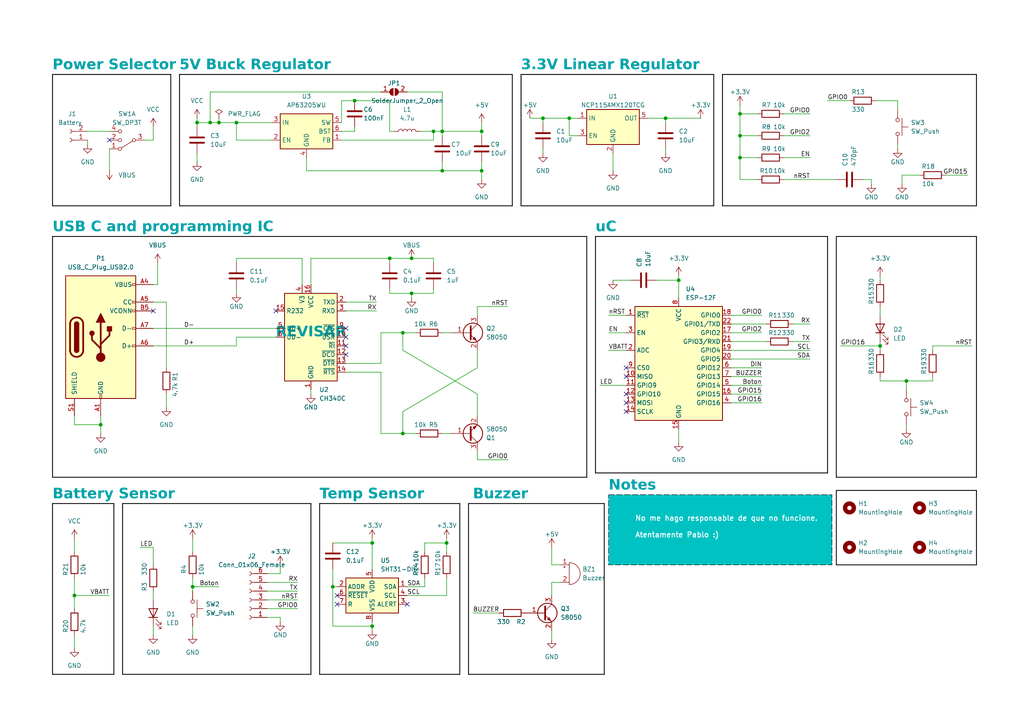
<source format=kicad_sch>
(kicad_sch (version 20230121) (generator eeschema)
  (paper "A4")
  (title_block (title "Arbolito Navideño ") (date "2023-10-24") (rev "3"))
  (junction (at 107.95 181.61))
  (junction (at 63.5 35.56))
  (junction (at 139.7 38.1))
  (junction (at 116.84 125.73))
  (junction (at 196.85 81.28))
  (junction (at 129.54 157.48))
  (junction (at 128.27 38.1))
  (junction (at 21.59 172.72))
  (junction (at 57.15 35.56))
  (junction (at 214.63 39.37))
  (junction (at 116.84 96.52))
  (junction (at 128.27 49.53))
  (junction (at 157.48 34.29))
  (junction (at 55.88 170.18))
  (junction (at 262.89 110.49))
  (junction (at 119.38 85.09))
  (junction (at 96.52 170.18))
  (junction (at 214.63 45.72))
  (junction (at 139.7 49.53))
  (junction (at 255.27 100.33))
  (junction (at 119.38 74.93))
  (junction (at 113.03 74.93))
  (junction (at 214.63 33.02))
  (junction (at 68.58 35.56))
  (junction (at 107.95 157.48))
  (junction (at 102.87 29.21))
  (junction (at 165.1 34.29))
  (junction (at 193.04 34.29))
  (junction (at 125.73 38.1))
  (junction (at 29.21 123.19))
  (junction (at 60.96 35.56))
  (no_connect (at 97.79 172.72))
  (no_connect (at 100.33 100.33))
  (no_connect (at 97.79 175.26))
  (no_connect (at 181.61 106.68))
  (no_connect (at 181.61 116.84))
  (no_connect (at 181.61 119.38))
  (no_connect (at 181.61 114.3))
  (no_connect (at 181.61 109.22))
  (no_connect (at 31.75 40.64))
  (no_connect (at 118.11 175.26))
  (no_connect (at 100.33 97.79))
  (no_connect (at 100.33 102.87))
  (no_connect (at 80.01 90.17))
  (no_connect (at 44.45 90.17))
  (no_connect (at 100.33 95.25))
  (polyline (pts (xy 15.24 21.59) (xy 49.53 21.59)) (stroke (width 0.25) (type solid) (color 0 0 0 1)))
  (wire (pts (xy 123.19 160.02) (xy 123.19 157.48)))
  (wire (pts (xy 128.27 38.1) (xy 125.73 38.1)))
  (wire (pts (xy 165.1 34.29) (xy 167.64 34.29)))
  (wire (pts (xy 129.54 167.64) (xy 129.54 172.72)))
  (wire (pts (xy 252.73 53.34) (xy 252.73 52.07)))
  (polyline (pts (xy 283.21 142.24) (xy 283.21 163.83)) (stroke (width 0.25) (type solid) (color 0 0 0 1)))
  (wire (pts (xy 55.88 184.15) (xy 55.88 181.61)))
  (wire (pts (xy 44.45 95.25) (xy 80.01 95.25)))
  (wire (pts (xy 128.27 38.1) (xy 128.27 39.37)))
  (wire (pts (xy 260.35 31.75) (xy 260.35 29.21)))
  (wire (pts (xy 177.8 81.28) (xy 182.88 81.28)))
  (wire (pts (xy 21.59 184.15) (xy 21.59 187.96)))
  (wire (pts (xy 96.52 157.48) (xy 107.95 157.48)))
  (wire (pts (xy 40.64 158.75) (xy 44.45 158.75)))
  (wire (pts (xy 157.48 34.29) (xy 157.48 35.56)))
  (wire (pts (xy 55.88 171.45) (xy 55.88 170.18)))
  (wire (pts (xy 212.09 91.44) (xy 220.98 91.44)))
  (wire (pts (xy 90.17 114.3) (xy 90.17 113.03)))
  (wire (pts (xy 96.52 181.61) (xy 107.95 181.61)))
  (wire (pts (xy 107.95 157.48) (xy 107.95 165.1)))
  (wire (pts (xy 107.95 156.21) (xy 107.95 157.48)))
  (wire (pts (xy 55.88 170.18) (xy 63.5 170.18)))
  (wire (pts (xy 177.8 44.45) (xy 177.8 49.53)))
  (wire (pts (xy 173.99 111.76) (xy 181.61 111.76)))
  (wire (pts (xy 57.15 36.83) (xy 57.15 35.56)))
  (wire (pts (xy 214.63 30.48) (xy 214.63 33.02)))
  (polyline (pts (xy 33.02 146.05) (xy 33.02 195.58)) (stroke (width 0.25) (type solid) (color 0 0 0 1)))
  (polyline (pts (xy 172.72 68.58) (xy 240.03 68.58)) (stroke (width 0.25) (type solid) (color 0 0 0 1)))
  (wire (pts (xy 113.03 38.1) (xy 113.03 29.21)))
  (wire (pts (xy 81.28 179.07) (xy 81.28 180.34)))
  (wire (pts (xy 128.27 125.73) (xy 130.81 125.73)))
  (wire (pts (xy 44.45 82.55) (xy 45.72 82.55)))
  (wire (pts (xy 77.47 173.99) (xy 86.36 173.99)))
  (polyline (pts (xy 90.17 146.05) (xy 90.17 195.58)) (stroke (width 0.25) (type solid) (color 0 0 0 1)))
  (polyline (pts (xy 240.03 68.58) (xy 240.03 137.16)) (stroke (width 0.25) (type solid) (color 0 0 0 1)))
  (wire (pts (xy 96.52 170.18) (xy 96.52 181.61)))
  (wire (pts (xy 68.58 97.79) (xy 68.58 100.33)))
  (wire (pts (xy 139.7 38.1) (xy 139.7 39.37)))
  (polyline (pts (xy 15.24 68.58) (xy 170.18 68.58)) (stroke (width 0.25) (type solid) (color 0 0 0 1)))
  (wire (pts (xy 157.48 43.18) (xy 157.48 44.45)))
  (wire (pts (xy 262.89 124.46) (xy 262.89 123.19)))
  (wire (pts (xy 110.49 96.52) (xy 116.84 96.52)))
  (wire (pts (xy 214.63 39.37) (xy 214.63 45.72)))
  (wire (pts (xy 57.15 35.56) (xy 60.96 35.56)))
  (wire (pts (xy 255.27 80.01) (xy 255.27 81.28)))
  (polyline (pts (xy 52.07 21.59) (xy 148.59 21.59)) (stroke (width 0.25) (type solid) (color 0 0 0 1)))
  (wire (pts (xy 243.84 100.33) (xy 255.27 100.33)))
  (polyline (pts (xy 148.59 59.69) (xy 52.07 59.69)) (stroke (width 0.25) (type solid) (color 0 0 0 1)))
  (wire (pts (xy 123.19 170.18) (xy 123.19 167.64)))
  (wire (pts (xy 31.75 43.18) (xy 31.75 49.53)))
  (polyline (pts (xy 207.01 21.59) (xy 207.01 59.69)) (stroke (width 0.25) (type solid) (color 0 0 0 1)))
  (polyline (pts (xy 133.35 195.58) (xy 92.71 195.58)) (stroke (width 0.25) (type solid) (color 0 0 0 1)))
  (wire (pts (xy 63.5 35.56) (xy 68.58 35.56)))
  (wire (pts (xy 21.59 172.72) (xy 31.75 172.72)))
  (polyline (pts (xy 175.26 195.58) (xy 135.89 195.58)) (stroke (width 0.25) (type solid) (color 0 0 0 1)))
  (wire (pts (xy 270.51 110.49) (xy 270.51 109.22)))
  (wire (pts (xy 240.03 29.21) (xy 246.38 29.21)))
  (wire (pts (xy 102.87 38.1) (xy 99.06 38.1)))
  (wire (pts (xy 44.45 36.83) (xy 44.45 40.64)))
  (wire (pts (xy 129.54 156.21) (xy 129.54 157.48)))
  (wire (pts (xy 139.7 46.99) (xy 139.7 49.53)))
  (wire (pts (xy 100.33 90.17) (xy 109.22 90.17)))
  (wire (pts (xy 196.85 124.46) (xy 196.85 128.27)))
  (wire (pts (xy 229.87 99.06) (xy 234.95 99.06)))
  (wire (pts (xy 214.63 39.37) (xy 219.71 39.37)))
  (wire (pts (xy 25.4 41.91) (xy 25.4 40.64)))
  (wire (pts (xy 78.74 40.64) (xy 68.58 40.64)))
  (polyline (pts (xy 92.71 146.05) (xy 92.71 195.58)) (stroke (width 0.25) (type solid) (color 0 0 0 1)))
  (wire (pts (xy 125.73 38.1) (xy 121.92 38.1)))
  (wire (pts (xy 214.63 52.07) (xy 219.71 52.07)))
  (polyline (pts (xy 15.24 21.59) (xy 15.24 59.69)) (stroke (width 0.25) (type solid) (color 0 0 0 1)))
  (wire (pts (xy 160.02 158.75) (xy 160.02 163.83)))
  (wire (pts (xy 116.84 119.38) (xy 116.84 125.73)))
  (wire (pts (xy 45.72 76.2) (xy 45.72 82.55)))
  (wire (pts (xy 212.09 99.06) (xy 222.25 99.06)))
  (wire (pts (xy 113.03 85.09) (xy 113.03 83.82)))
  (wire (pts (xy 120.65 96.52) (xy 116.84 96.52)))
  (wire (pts (xy 44.45 171.45) (xy 44.45 173.99)))
  (wire (pts (xy 261.62 50.8) (xy 266.7 50.8)))
  (polyline (pts (xy 209.55 21.59) (xy 209.55 59.69)) (stroke (width 0.25) (type solid) (color 0 0 0 1)))
  (wire (pts (xy 113.03 74.93) (xy 113.03 76.2)))
  (wire (pts (xy 99.06 29.21) (xy 102.87 29.21)))
  (wire (pts (xy 157.48 34.29) (xy 165.1 34.29)))
  (wire (pts (xy 125.73 74.93) (xy 125.73 76.2)))
  (wire (pts (xy 262.89 110.49) (xy 270.51 110.49)))
  (polyline (pts (xy 15.24 68.58) (xy 15.24 138.43)) (stroke (width 0.25) (type solid) (color 0 0 0 1)))
  (wire (pts (xy 100.33 107.95) (xy 110.49 107.95)))
  (wire (pts (xy 90.17 74.93) (xy 113.03 74.93)))
  (wire (pts (xy 128.27 46.99) (xy 128.27 49.53)))
  (wire (pts (xy 41.91 40.64) (xy 44.45 40.64)))
  (polyline (pts (xy 172.72 68.58) (xy 172.72 137.16)) (stroke (width 0.25) (type solid) (color 0 0 0 1)))
  (polyline (pts (xy 242.57 68.58) (xy 283.21 68.58)) (stroke (width 0.25) (type solid) (color 0 0 0 1)))
  (wire (pts (xy 138.43 133.35) (xy 147.32 133.35)))
  (wire (pts (xy 139.7 35.56) (xy 139.7 38.1)))
  (wire (pts (xy 138.43 106.68) (xy 138.43 101.6)))
  (wire (pts (xy 78.74 35.56) (xy 68.58 35.56)))
  (polyline (pts (xy 15.24 146.05) (xy 15.24 195.58)) (stroke (width 0.25) (type solid) (color 0 0 0 1)))
  (wire (pts (xy 21.59 123.19) (xy 21.59 120.65)))
  (polyline (pts (xy 52.07 21.59) (xy 52.07 59.69)) (stroke (width 0.25) (type solid) (color 0 0 0 1)))
  (wire (pts (xy 176.53 96.52) (xy 181.61 96.52)))
  (wire (pts (xy 212.09 101.6) (xy 234.95 101.6)))
  (wire (pts (xy 57.15 44.45) (xy 57.15 46.99)))
  (wire (pts (xy 227.33 45.72) (xy 234.95 45.72)))
  (wire (pts (xy 176.53 101.6) (xy 181.61 101.6)))
  (wire (pts (xy 116.84 125.73) (xy 120.65 125.73)))
  (wire (pts (xy 162.56 168.91) (xy 160.02 168.91)))
  (wire (pts (xy 29.21 123.19) (xy 29.21 125.73)))
  (wire (pts (xy 125.73 85.09) (xy 125.73 83.82)))
  (polyline (pts (xy 35.56 146.05) (xy 35.56 195.58)) (stroke (width 0.25) (type solid) (color 0 0 0 1)))
  (wire (pts (xy 118.11 170.18) (xy 123.19 170.18)))
  (wire (pts (xy 160.02 185.42) (xy 160.02 182.88)))
  (wire (pts (xy 29.21 120.65) (xy 29.21 123.19)))
  (wire (pts (xy 60.96 26.67) (xy 60.96 35.56)))
  (polyline (pts (xy 283.21 59.69) (xy 209.55 59.69)) (stroke (width 0.25) (type solid) (color 0 0 0 1)))
  (wire (pts (xy 187.96 34.29) (xy 193.04 34.29)))
  (wire (pts (xy 212.09 93.98) (xy 222.25 93.98)))
  (polyline (pts (xy 242.57 142.24) (xy 283.21 142.24)) (stroke (width 0.25) (type solid) (color 0 0 0 1)))
  (wire (pts (xy 270.51 100.33) (xy 270.51 101.6)))
  (wire (pts (xy 110.49 107.95) (xy 110.49 125.73)))
  (wire (pts (xy 80.01 97.79) (xy 68.58 97.79)))
  (wire (pts (xy 113.03 29.21) (xy 102.87 29.21)))
  (wire (pts (xy 77.47 166.37) (xy 81.28 166.37)))
  (wire (pts (xy 160.02 168.91) (xy 160.02 172.72)))
  (wire (pts (xy 118.11 26.67) (xy 128.27 26.67)))
  (polyline (pts (xy 33.02 195.58) (xy 15.24 195.58)) (stroke (width 0.25) (type solid) (color 0 0 0 1)))
  (polyline (pts (xy 133.35 146.05) (xy 133.35 195.58)) (stroke (width 0.25) (type solid) (color 0 0 0 1)))
  (polyline (pts (xy 135.89 146.05) (xy 135.89 195.58)) (stroke (width 0.25) (type solid) (color 0 0 0 1)))
  (wire (pts (xy 212.09 111.76) (xy 220.98 111.76)))
  (wire (pts (xy 119.38 85.09) (xy 125.73 85.09)))
  (wire (pts (xy 25.4 38.1) (xy 31.75 38.1)))
  (polyline (pts (xy 170.18 68.58) (xy 170.18 138.43)) (stroke (width 0.25) (type solid) (color 0 0 0 1)))
  (wire (pts (xy 21.59 167.64) (xy 21.59 172.72)))
  (polyline (pts (xy 242.57 163.83) (xy 283.21 163.83)) (stroke (width 0.25) (type solid) (color 0 0 0 1)))
  (wire (pts (xy 212.09 104.14) (xy 234.95 104.14)))
  (polyline (pts (xy 207.01 59.69) (xy 151.13 59.69)) (stroke (width 0.25) (type solid) (color 0 0 0 1)))
  (polyline (pts (xy 92.71 146.05) (xy 133.35 146.05)) (stroke (width 0.25) (type solid) (color 0 0 0 1)))
  (wire (pts (xy 77.47 171.45) (xy 86.36 171.45)))
  (wire (pts (xy 229.87 93.98) (xy 234.95 93.98)))
  (wire (pts (xy 100.33 87.63) (xy 109.22 87.63)))
  (wire (pts (xy 44.45 181.61) (xy 44.45 184.15)))
  (wire (pts (xy 138.43 106.68) (xy 116.84 119.38)))
  (wire (pts (xy 153.67 34.29) (xy 157.48 34.29)))
  (wire (pts (xy 138.43 91.44) (xy 138.43 88.9)))
  (wire (pts (xy 262.89 113.03) (xy 262.89 110.49)))
  (wire (pts (xy 214.63 33.02) (xy 214.63 39.37)))
  (wire (pts (xy 57.15 34.29) (xy 57.15 35.56)))
  (wire (pts (xy 99.06 40.64) (xy 125.73 40.64)))
  (wire (pts (xy 167.64 39.37) (xy 165.1 39.37)))
  (wire (pts (xy 196.85 81.28) (xy 196.85 86.36)))
  (wire (pts (xy 128.27 38.1) (xy 139.7 38.1)))
  (wire (pts (xy 90.17 74.93) (xy 90.17 82.55)))
  (wire (pts (xy 128.27 49.53) (xy 139.7 49.53)))
  (wire (pts (xy 68.58 76.2) (xy 68.58 74.93)))
  (wire (pts (xy 138.43 130.81) (xy 138.43 133.35)))
  (wire (pts (xy 255.27 88.9) (xy 255.27 91.44)))
  (wire (pts (xy 118.11 172.72) (xy 129.54 172.72)))
  (wire (pts (xy 119.38 85.09) (xy 119.38 86.36)))
  (wire (pts (xy 214.63 45.72) (xy 219.71 45.72)))
  (wire (pts (xy 119.38 74.93) (xy 125.73 74.93)))
  (wire (pts (xy 128.27 96.52) (xy 130.81 96.52)))
  (wire (pts (xy 99.06 35.56) (xy 99.06 29.21)))
  (wire (pts (xy 88.9 49.53) (xy 128.27 49.53)))
  (wire (pts (xy 21.59 172.72) (xy 21.59 176.53)))
  (wire (pts (xy 68.58 85.09) (xy 68.58 83.82)))
  (wire (pts (xy 214.63 33.02) (xy 219.71 33.02)))
  (polyline (pts (xy 135.89 146.05) (xy 175.26 146.05)) (stroke (width 0.25) (type solid) (color 0 0 0 1)))
  (wire (pts (xy 190.5 81.28) (xy 196.85 81.28)))
  (wire (pts (xy 128.27 26.67) (xy 128.27 38.1)))
  (wire (pts (xy 77.47 179.07) (xy 81.28 179.07)))
  (wire (pts (xy 44.45 87.63) (xy 48.26 87.63)))
  (wire (pts (xy 21.59 156.21) (xy 21.59 160.02)))
  (wire (pts (xy 114.3 38.1) (xy 113.03 38.1)))
  (wire (pts (xy 160.02 163.83) (xy 162.56 163.83)))
  (polyline (pts (xy 49.53 59.69) (xy 15.24 59.69)) (stroke (width 0.25) (type solid) (color 0 0 0 1)))
  (wire (pts (xy 193.04 34.29) (xy 193.04 35.56)))
  (wire (pts (xy 255.27 99.06) (xy 255.27 100.33)))
  (wire (pts (xy 44.45 100.33) (xy 68.58 100.33)))
  (polyline (pts (xy 242.57 68.58) (xy 242.57 138.43)) (stroke (width 0.25) (type solid) (color 0 0 0 1)))
  (wire (pts (xy 176.53 91.44) (xy 181.61 91.44)))
  (wire (pts (xy 227.33 39.37) (xy 234.95 39.37)))
  (wire (pts (xy 254 29.21) (xy 260.35 29.21)))
  (wire (pts (xy 48.26 87.63) (xy 48.26 106.68)))
  (wire (pts (xy 255.27 100.33) (xy 255.27 101.6)))
  (wire (pts (xy 255.27 110.49) (xy 262.89 110.49)))
  (wire (pts (xy 250.19 52.07) (xy 252.73 52.07)))
  (wire (pts (xy 77.47 176.53) (xy 86.36 176.53)))
  (wire (pts (xy 137.16 177.8) (xy 144.78 177.8)))
  (polyline (pts (xy 175.26 146.05) (xy 175.26 195.58)) (stroke (width 0.25) (type solid) (color 0 0 0 1)))
  (wire (pts (xy 260.35 43.18) (xy 260.35 41.91)))
  (polyline (pts (xy 90.17 195.58) (xy 35.56 195.58)) (stroke (width 0.25) (type solid) (color 0 0 0 1)))
  (polyline (pts (xy 240.03 137.16) (xy 172.72 137.16)) (stroke (width 0.25) (type solid) (color 0 0 0 1)))
  (wire (pts (xy 113.03 74.93) (xy 119.38 74.93)))
  (polyline (pts (xy 35.56 146.05) (xy 90.17 146.05)) (stroke (width 0.25) (type solid) (color 0 0 0 1)))
  (wire (pts (xy 212.09 106.68) (xy 220.98 106.68)))
  (wire (pts (xy 68.58 74.93) (xy 87.63 74.93)))
  (wire (pts (xy 87.63 74.93) (xy 87.63 82.55)))
  (wire (pts (xy 44.45 163.83) (xy 44.45 158.75)))
  (wire (pts (xy 60.96 35.56) (xy 63.5 35.56)))
  (wire (pts (xy 227.33 33.02) (xy 234.95 33.02)))
  (wire (pts (xy 255.27 109.22) (xy 255.27 110.49)))
  (wire (pts (xy 196.85 80.01) (xy 196.85 81.28)))
  (wire (pts (xy 110.49 26.67) (xy 60.96 26.67)))
  (polyline (pts (xy 242.57 163.83) (xy 242.57 142.24)) (stroke (width 0.25) (type solid) (color 0 0 0 1)))
  (wire (pts (xy 274.32 50.8) (xy 280.67 50.8)))
  (wire (pts (xy 110.49 96.52) (xy 110.49 105.41)))
  (wire (pts (xy 270.51 100.33) (xy 281.94 100.33)))
  (wire (pts (xy 116.84 101.6) (xy 116.84 96.52)))
  (wire (pts (xy 261.62 50.8) (xy 261.62 53.34)))
  (wire (pts (xy 97.79 170.18) (xy 96.52 170.18)))
  (wire (pts (xy 125.73 38.1) (xy 125.73 40.64)))
  (polyline (pts (xy 209.55 21.59) (xy 283.21 21.59)) (stroke (width 0.25) (type solid) (color 0 0 0 1)))
  (wire (pts (xy 77.47 168.91) (xy 86.36 168.91)))
  (wire (pts (xy 63.5 34.29) (xy 63.5 35.56)))
  (wire (pts (xy 193.04 34.29) (xy 203.2 34.29)))
  (polyline (pts (xy 151.13 21.59) (xy 151.13 59.69)) (stroke (width 0.25) (type solid) (color 0 0 0 1)))
  (polyline (pts (xy 283.21 21.59) (xy 283.21 59.69)) (stroke (width 0.25) (type solid) (color 0 0 0 1)))
  (polyline (pts (xy 49.53 21.59) (xy 49.53 59.69)) (stroke (width 0.25) (type solid) (color 0 0 0 1)))
  (wire (pts (xy 138.43 120.65) (xy 138.43 114.3)))
  (wire (pts (xy 139.7 52.07) (xy 139.7 49.53)))
  (wire (pts (xy 193.04 43.18) (xy 193.04 44.45)))
  (wire (pts (xy 165.1 39.37) (xy 165.1 34.29)))
  (wire (pts (xy 123.19 157.48) (xy 129.54 157.48)))
  (wire (pts (xy 214.63 45.72) (xy 214.63 52.07)))
  (wire (pts (xy 110.49 125.73) (xy 116.84 125.73)))
  (polyline (pts (xy 283.21 68.58) (xy 283.21 138.43)) (stroke (width 0.25) (type solid) (color 0 0 0 1)))
  (wire (pts (xy 81.28 166.37) (xy 81.28 163.83)))
  (wire (pts (xy 212.09 116.84) (xy 220.98 116.84)))
  (polyline (pts (xy 148.59 21.59) (xy 148.59 59.69)) (stroke (width 0.25) (type solid) (color 0 0 0 1)))
  (wire (pts (xy 68.58 35.56) (xy 68.58 40.64)))
  (wire (pts (xy 55.88 156.21) (xy 55.88 160.02)))
  (wire (pts (xy 100.33 105.41) (xy 110.49 105.41)))
  (wire (pts (xy 113.03 85.09) (xy 119.38 85.09)))
  (wire (pts (xy 129.54 157.48) (xy 129.54 160.02)))
  (wire (pts (xy 88.9 45.72) (xy 88.9 49.53)))
  (wire (pts (xy 21.59 123.19) (xy 29.21 123.19)))
  (wire (pts (xy 48.26 114.3) (xy 48.26 118.11)))
  (polyline (pts (xy 15.24 146.05) (xy 33.02 146.05)) (stroke (width 0.25) (type solid) (color 0 0 0 1)))
  (wire (pts (xy 138.43 88.9) (xy 147.32 88.9)))
  (wire (pts (xy 96.52 165.1) (xy 96.52 170.18)))
  (wire (pts (xy 212.09 109.22) (xy 220.98 109.22)))
  (polyline (pts (xy 283.21 138.43) (xy 242.57 138.43)) (stroke (width 0.25) (type solid) (color 0 0 0 1)))
  (wire (pts (xy 107.95 181.61) (xy 107.95 180.34)))
  (wire (pts (xy 107.95 182.88) (xy 107.95 181.61)))
  (polyline (pts (xy 170.18 138.43) (xy 15.24 138.43)) (stroke (width 0.25) (type solid) (color 0 0 0 1)))
  (wire (pts (xy 212.09 96.52) (xy 220.98 96.52)))
  (wire (pts (xy 138.43 114.3) (xy 116.84 101.6)))
  (polyline (pts (xy 151.13 21.59) (xy 207.01 21.59)) (stroke (width 0.25) (type solid) (color 0 0 0 1)))
  (wire (pts (xy 227.33 52.07) (xy 242.57 52.07)))
  (wire (pts (xy 212.09 114.3) (xy 220.98 114.3)))
  (wire (pts (xy 102.87 36.83) (xy 102.87 38.1)))
  (wire (pts (xy 55.88 170.18) (xy 55.88 167.64)))
  (rectangle (start 176.53 143.51) (end 241.3 163.83) (stroke (width 0) (type dash) (color 0 0 0 1)) (fill (type color) (color 0 194 194 1)))
  (text "Power Selector" (at 15.24 21.59 0) (effects (font (size 3 3) (thickness 0.6) bold) (justify left bottom)))
  (text "Temp Sensor" (at 92.71 146.05 0) (effects (font (size 3 3) (thickness 0.6) bold) (justify left bottom)))
  (text "Buzzer \n" (at 137.16 146.05 0) (effects (font (size 3 3) (thickness 0.6) bold) (justify left bottom)))
  (text "uC" (at 172.72 68.58 0) (effects (font (size 3 3) (thickness 0.6) bold) (justify left bottom)))
  (text "USB C and programming IC" (at 15.24 68.58 0) (effects (font (size 3 3) (thickness 0.6) bold) (justify left bottom)))
  (text "3.3V Linear Regulator" (at 151.13 21.59 0) (effects (font (size 3 3) (thickness 0.6) bold) (justify left bottom)))
  (text "Battery Sensor" (at 15.24 146.05 0) (effects (font (size 3 3) (thickness 0.6) bold) (justify left bottom)))
  (text "REVISAR" (at 80.01 99.06 0) (effects (font (size 3 3) (thickness 0.6) bold) (justify left bottom)))
  (text "5V Buck Regulator" (at 52.07 21.59 0) (effects (font (size 3 3) (thickness 0.6) bold) (justify left bottom)))
  (text "No me hago responsable de que no funcione.\n\nAtentamente Pablo :)" (at 184.15 156.21 0) (effects (font (size 1.5 1.5) (thickness 0.2508) bold) (justify left bottom)))
  (text "Notes" (at 176.53 143.51 0) (effects (font (size 3 3) (thickness 0.6) bold) (justify left bottom)))
  (label "D+" (at 53.34 100.33 0))
  (label "SCL" (at 234.95 101.6 180))
  (label "Boton" (at 220.98 111.76 180))
  (label "D-" (at 53.34 95.25 0))
  (label "GPIO15" (at 280.67 50.8 180))
  (label "BUZZER" (at 220.98 109.22 180))
  (label "EN" (at 234.95 45.72 180))
  (label "DIN" (at 220.98 106.68 180))
  (label "GPIO16" (at 243.84 100.33 0))
  (label "SCL" (at 118.11 172.72 0))
  (label "GPIO0" (at 147.32 133.35 180))
  (label "LED" (at 40.64 158.75 0))
  (label "SDA" (at 118.11 170.18 0))
  (label "VBATT" (at 31.75 172.72 180))
  (label "SDA" (at 234.95 104.14 180))
  (label "TX" (at 109.22 87.63 180))
  (label "nRST" (at 176.53 91.44 0))
  (label "Boton" (at 63.5 170.18 180))
  (label "TX" (at 86.36 171.45 180))
  (label "RX" (at 109.22 90.17 180))
  (label "TX" (at 234.95 99.06 180))
  (label "RX" (at 86.36 168.91 180))
  (label "BUZZER" (at 137.16 177.8 0))
  (label "GPIO0" (at 240.03 29.21 0))
  (label "RX" (at 234.95 93.98 180))
  (label "nRST" (at 86.36 173.99 180))
  (label "LED" (at 173.99 111.76 0))
  (label "nRST" (at 234.95 52.07 180))
  (label "nRST" (at 281.94 100.33 180))
  (label "VBATT" (at 176.53 101.6 0))
  (label "nRST" (at 147.32 88.9 180))
  (label "GPIO2" (at 220.98 96.52 180))
  (label "GPIO15" (at 220.98 114.3 180))
  (label "GPIO2" (at 234.95 39.37 180))
  (label "EN" (at 176.53 96.52 0))
  (label "GPIO16" (at 220.98 116.84 180))
  (label "GPIO0" (at 86.36 176.53 180))
  (label "GPIO0" (at 220.98 91.44 180))
  (label "GPIO0" (at 234.95 33.02 180))
  (symbol (lib_id "Device:C") (at 102.87 33.02 0) (unit 1)
    (property "Reference" "C6" (at 105.41 31.75 0) (effects (justify left)))
    (property "Value" "100nF" (at 105.41 34.29 0) (effects (justify left)))
    (property "Footprint" "Capacitor_SMD:C_0805_2012Metric" (effects hide))
  )
  (symbol (lib_id "power:+5V") (at 139.7 35.56 0) (unit 1)
    (property "Reference" "#PWR022" (effects hide))
    (property "Value" "+5V" (at 139.7 30.48 0))
  )
  (symbol (lib_id "power:GND") (at 261.62 53.34 0) (unit 1)
    (property "Reference" "#PWR030" (effects hide))
    (property "Value" "GND" (at 261.62 57.15 0))
  )
  (symbol (lib_id "power:+3.3V") (at 203.2 34.29 0) (unit 1)
    (property "Reference" "#PWR015" (effects hide))
    (property "Value" "+3.3V" (at 203.2 30.48 0))
  )
  (symbol (lib_id "Mechanical:MountingHole") (at 246.38 147.32 0) (unit 1)
    (property "Reference" "H1" (at 248.92 146.0499 0) (effects (justify left)))
    (property "Value" "MountingHole" (at 248.92 148.5899 0) (effects (justify left)))
    (property "Footprint" "MountingHole:MountingHole_3.2mm_M3_ISO7380" (effects hide))
  )
  (symbol (lib_id "power:GND") (at 193.04 44.45 0) (unit 1)
    (property "Reference" "#PWR014" (effects hide))
    (property "Value" "GND" (at 193.04 49.53 0))
  )
  (symbol (lib_id "Device:C") (at 157.48 39.37 0) (unit 1)
    (property "Reference" "C1" (at 161.29 38.0999 0) (effects (justify left)))
    (property "Value" "10uF" (at 161.29 40.6399 0) (effects (justify left)))
    (property "Footprint" "Capacitor_SMD:C_0805_2012Metric" (effects hide))
  )
  (symbol (lib_id "Device:R") (at 255.27 85.09 180) (unit 1)
    (property "Reference" "R15" (at 252.73 86.36 90))
    (property "Value" "330" (at 252.73 82.55 90))
    (property "Footprint" "Resistor_SMD:R_0805_2012Metric_Pad1.20x1.40mm_HandSolder" (effects hide))
  )
  (symbol (lib_id "power:VBUS") (at 45.72 76.2 0) (unit 1)
    (property "Reference" "#PWR04" (effects hide))
    (property "Value" "VBUS" (at 45.72 71.12 0))
  )
  (symbol (lib_id "power:GND") (at 81.28 180.34 0) (unit 1)
    (property "Reference" "#PWR0101" (effects hide))
    (property "Value" "GND" (at 81.28 184.15 0))
  )
  (symbol (lib_id "Sensor_Humidity:SHT31-DIS") (at 107.95 172.72 0) (unit 1)
    (property "Reference" "U5" (at 110.3756 162.56 0) (effects (justify left)))
    (property "Value" "SHT31-DIS" (at 110.3756 165.1 0) (effects (justify left)))
    (property "Footprint" "Sensor_Humidity:Sensirion_DFN-8-1EP_2.5x2.5mm_P0.5mm_EP1.1x1.7mm" (effects hide))
    (property "Datasheet" "https://www.sensirion.com/fileadmin/user_upload/customers/sensirion/Dokumente/2_Humidity_Sensors/Datasheets/Sensirion_Humidity_Sensors_SHT3x_Datasheet_digital.pdf" (effects hide))
  )
  (symbol (lib_id "power:VBUS") (at 31.75 49.53 180) (unit 1)
    (property "Reference" "#PWR03" (effects hide))
    (property "Value" "VBUS" (at 34.29 50.7999 0) (effects (justify right)))
  )
  (symbol (lib_id "Switch:SW_DP3T") (at 36.83 40.64 180) (unit 1)
    (property "Reference" "SW1" (at 36.83 33.02 0))
    (property "Value" "SW_DP3T" (at 36.83 35.56 0))
    (property "Footprint" "Library:3PSwitch" (effects hide))
  )
  (symbol (lib_id "power:+3.3V") (at 255.27 80.01 0) (unit 1)
    (property "Reference" "#PWR028" (effects hide))
    (property "Value" "+3.3V" (at 255.27 74.93 0))
  )
  (symbol (lib_id "Device:C") (at 186.69 81.28 90) (unit 1)
    (property "Reference" "C8" (at 185.4199 77.47 0) (effects (justify left)))
    (property "Value" "10uF" (at 187.9599 77.47 0) (effects (justify left)))
    (property "Footprint" "Capacitor_SMD:C_0805_2012Metric" (effects hide))
  )
  (symbol (lib_id "Device:C") (at 125.73 80.01 0) (unit 1)
    (property "Reference" "C5" (at 129.54 78.7399 0) (effects (justify left)))
    (property "Value" "1uF" (at 129.54 81.2799 0) (effects (justify left)))
    (property "Footprint" "Capacitor_SMD:C_0805_2012Metric" (effects hide))
  )
  (symbol (lib_id "Connector:USB_C_Plug_USB2.0") (at 29.21 97.79 0) (unit 1)
    (property "Reference" "P1" (at 29.21 74.93 0))
    (property "Value" "USB_C_Plug_USB2.0" (at 29.21 77.47 0))
    (property "Footprint" "Library:USB C Molex" (effects hide))
    (property "Datasheet" "https://www.usb.org/sites/default/files/documents/usb_type-c.zip" (effects hide))
  )
  (symbol (lib_id "Device:R") (at 124.46 96.52 270) (mirror x) (unit 1)
    (property "Reference" "R6" (at 125.73 93.98 90))
    (property "Value" "10k" (at 121.92 93.98 90))
    (property "Footprint" "Resistor_SMD:R_0805_2012Metric_Pad1.20x1.40mm_HandSolder" (effects hide))
  )
  (symbol (lib_id "RF_Module:ESP-12F") (at 196.85 106.68 0) (unit 1)
    (property "Reference" "U4" (at 198.8694 83.82 0) (effects (justify left)))
    (property "Value" "ESP-12F" (at 198.8694 86.36 0) (effects (justify left)))
    (property "Footprint" "RF_Module:ESP-12E" (effects hide))
    (property "Datasheet" "http://wiki.ai-thinker.com/_media/esp8266/esp8266_series_modules_user_manual_v1.1.pdf" (effects hide))
  )
  (symbol (lib_name "S8050_1") (lib_id "Transistor_BJT:S8050") (at 135.89 125.73 0) (mirror x) (unit 1)
    (property "Reference" "Q1" (at 140.97 127.0001 0) (effects (justify left)))
    (property "Value" "S8050" (at 140.97 124.4601 0) (effects (justify left)))
    (property "Footprint" "Package_TO_SOT_SMD:SOT-23" (effects hide))
    (property "Datasheet" "http://www.unisonic.com.tw/datasheet/S8050.pdf" (effects hide))
  )
  (symbol (lib_id "Device:R") (at 223.52 52.07 90) (unit 1)
    (property "Reference" "R10" (at 222.25 49.53 90))
    (property "Value" "10k" (at 226.06 49.53 90))
    (property "Footprint" "Resistor_SMD:R_0805_2012Metric_Pad1.20x1.40mm_HandSolder" (effects hide))
  )
  (symbol (lib_id "power:VCC") (at 44.45 36.83 0) (unit 1)
    (property "Reference" "#PWR05" (effects hide))
    (property "Value" "VCC" (at 44.45 31.75 0))
  )
  (symbol (lib_id "power:+3.3V") (at 81.28 163.83 0) (unit 1)
    (property "Reference" "#PWR0102" (effects hide))
    (property "Value" "+3.3V" (at 81.28 160.02 0))
  )
  (symbol (lib_id "power:GND") (at 119.38 86.36 0) (unit 1)
    (property "Reference" "#PWR020" (effects hide))
    (property "Value" "GND" (at 119.38 90.17 0))
  )
  (symbol (lib_id "Regulator_Linear:NCP115AMX120TCG") (at 177.8 36.83 0) (unit 1)
    (property "Reference" "U1" (at 177.8 27.94 0))
    (property "Value" "NCP115AMX120TCG" (at 177.8 30.48 0))
    (property "Footprint" "Package_TO_SOT_SMD:SOT-23-5_HandSoldering" (effects hide))
    (property "Datasheet" "https://www.onsemi.com/pub/Collateral/NCP115-D.PDF" (effects hide))
  )
  (symbol (lib_id "Device:Buzzer") (at 165.1 166.37 0) (unit 1)
    (property "Reference" "BZ1" (at 168.91 165.0999 0) (effects (justify left)))
    (property "Value" "Buzzer" (at 168.91 167.6399 0) (effects (justify left)))
    (property "Footprint" "Library:Buzzer" (effects hide))
  )
  (symbol (lib_id "Device:R") (at 124.46 125.73 270) (mirror x) (unit 1)
    (property "Reference" "R5" (at 125.73 123.19 90))
    (property "Value" "10k" (at 121.92 123.19 90))
    (property "Footprint" "Resistor_SMD:R_0805_2012Metric_Pad1.20x1.40mm_HandSolder" (effects hide))
  )
  (symbol (lib_id "power:GND") (at 252.73 53.34 0) (unit 1)
    (property "Reference" "#PWR027" (effects hide))
    (property "Value" "GND" (at 252.73 57.15 0))
  )
  (symbol (lib_id "power:GND") (at 157.48 44.45 0) (unit 1)
    (property "Reference" "#PWR08" (effects hide))
    (property "Value" "GND" (at 157.48 49.53 0))
  )
  (symbol (lib_id "Device:C") (at 193.04 39.37 0) (unit 1)
    (property "Reference" "C2" (at 196.85 38.0999 0) (effects (justify left)))
    (property "Value" "10uF" (at 196.85 40.6399 0) (effects (justify left)))
    (property "Footprint" "Capacitor_SMD:C_0805_2012Metric" (effects hide))
  )
  (symbol (lib_id "Mechanical:MountingHole") (at 266.7 158.75 0) (unit 1)
    (property "Reference" "H4" (at 269.24 157.4799 0) (effects (justify left)))
    (property "Value" "MountingHole" (at 269.24 160.0199 0) (effects (justify left)))
    (property "Footprint" "MountingHole:MountingHole_3.2mm_M3_ISO7380" (effects hide))
  )
  (symbol (lib_id "Interface_USB:CH340C") (at 90.17 97.79 0) (unit 1)
    (property "Reference" "U2" (at 92.5956 113.03 0) (effects (justify left)))
    (property "Value" "CH340C" (at 92.5956 115.57 0) (effects (justify left)))
    (property "Footprint" "Package_SO:SOIC-16_3.9x9.9mm_P1.27mm" (effects hide))
    (property "Datasheet" "https://datasheet.lcsc.com/szlcsc/Jiangsu-Qin-Heng-CH340C_C84681.pdf" (effects hide))
  )
  (symbol (lib_id "Device:R") (at 21.59 180.34 0) (unit 1)
    (property "Reference" "R20" (at 19.05 181.61 90))
    (property "Value" "4.7k" (at 24.13 181.61 90))
    (property "Footprint" "Resistor_SMD:R_0805_2012Metric_Pad1.20x1.40mm_HandSolder" (effects hide))
  )
  (symbol (lib_id "Switch:SW_Push") (at 260.35 36.83 270) (unit 1)
    (property "Reference" "SW3" (at 264.16 35.5599 90) (effects (justify left)))
    (property "Value" "SW_Push" (at 264.16 38.0999 90) (effects (justify left)))
    (property "Footprint" "Button_Switch_SMD:SW_SPST_SKQG_WithoutStem" (effects hide))
  )
  (symbol (lib_id "power:+5V") (at 160.02 158.75 0) (unit 1)
    (property "Reference" "#PWR035" (effects hide))
    (property "Value" "+5V" (at 160.02 154.94 0))
  )
  (symbol (lib_id "power:GND") (at 177.8 81.28 0) (unit 1)
    (property "Reference" "#PWR021" (effects hide))
    (property "Value" "GND" (at 177.8 86.36 0))
  )
  (symbol (lib_id "power:VCC") (at 21.59 156.21 0) (unit 1)
    (property "Reference" "#PWR0103" (effects hide))
    (property "Value" "VCC" (at 21.59 151.13 0))
  )
  (symbol (lib_id "power:GND") (at 90.17 114.3 0) (unit 1)
    (property "Reference" "#PWR013" (effects hide))
    (property "Value" "GND" (at 90.17 118.11 0))
  )
  (symbol (lib_id "Device:R") (at 44.45 167.64 180) (unit 1)
    (property "Reference" "R3" (at 41.91 170.18 90))
    (property "Value" "330" (at 41.91 165.1 90))
    (property "Footprint" "Resistor_SMD:R_0805_2012Metric_Pad1.20x1.40mm_HandSolder" (effects hide))
  )
  (symbol (lib_id "Device:C") (at 96.52 161.29 0) (unit 1)
    (property "Reference" "C12" (at 100.33 160.0199 0) (effects (justify left)))
    (property "Value" "0.1uF" (at 100.33 162.5599 0) (effects (justify left)))
    (property "Footprint" "Capacitor_SMD:C_0805_2012Metric" (effects hide))
  )
  (symbol (lib_id "power:GND") (at 48.26 118.11 0) (unit 1)
    (property "Reference" "#PWR06" (effects hide))
    (property "Value" "GND" (at 48.26 123.19 0))
  )
  (symbol (lib_id "Device:R") (at 223.52 33.02 90) (unit 1)
    (property "Reference" "R7" (at 222.25 30.48 90))
    (property "Value" "10k" (at 226.06 30.48 90))
    (property "Footprint" "Resistor_SMD:R_0805_2012Metric_Pad1.20x1.40mm_HandSolder" (effects hide))
  )
  (symbol (lib_id "Device:C") (at 139.7 43.18 0) (unit 1)
    (property "Reference" "C9" (at 142.24 41.91 0) (effects (justify left)))
    (property "Value" "10uF" (at 142.24 44.45 0) (effects (justify left)))
    (property "Footprint" "Capacitor_SMD:C_0805_2012Metric" (effects hide))
  )
  (symbol (lib_id "power:GND") (at 107.95 182.88 0) (unit 1)
    (property "Reference" "#PWR034" (effects hide))
    (property "Value" "GND" (at 107.95 186.69 0))
  )
  (symbol (lib_id "Device:R") (at 223.52 39.37 90) (unit 1)
    (property "Reference" "R8" (at 222.25 36.83 90))
    (property "Value" "10k" (at 226.06 36.83 90))
    (property "Footprint" "Resistor_SMD:R_0805_2012Metric_Pad1.20x1.40mm_HandSolder" (effects hide))
  )
  (symbol (lib_id "power:+3.3V") (at 214.63 30.48 0) (unit 1)
    (property "Reference" "#PWR026" (effects hide))
    (property "Value" "+3.3V" (at 214.63 26.67 0))
  )
  (symbol (lib_id "power:VBUS") (at 119.38 74.93 0) (unit 1)
    (property "Reference" "#PWR09" (effects hide))
    (property "Value" "VBUS" (at 119.38 71.12 0))
  )
  (symbol (lib_id "power:GND") (at 177.8 49.53 0) (unit 1)
    (property "Reference" "#PWR011" (effects hide))
    (property "Value" "GND" (at 177.8 54.61 0))
  )
  (symbol (lib_id "Mechanical:MountingHole") (at 266.7 147.32 0) (unit 1)
    (property "Reference" "H3" (at 269.24 146.0499 0) (effects (justify left)))
    (property "Value" "MountingHole" (at 269.24 148.5899 0) (effects (justify left)))
    (property "Footprint" "MountingHole:MountingHole_3.2mm_M3_ISO7380" (effects hide))
  )
  (symbol (lib_id "Device:R") (at 223.52 45.72 90) (unit 1)
    (property "Reference" "R9" (at 222.25 43.18 90))
    (property "Value" "10k" (at 226.06 43.18 90))
    (property "Footprint" "Resistor_SMD:R_0805_2012Metric_Pad1.20x1.40mm_HandSolder" (effects hide))
  )
  (symbol (lib_id "Device:C") (at 57.15 40.64 0) (unit 1)
    (property "Reference" "C3" (at 60.96 39.3699 0) (effects (justify left)))
    (property "Value" "10uF" (at 60.96 41.9099 0) (effects (justify left)))
    (property "Footprint" "Capacitor_SMD:C_0805_2012Metric" (effects hide))
  )
  (symbol (lib_id "Switch:SW_Push") (at 55.88 176.53 270) (unit 1)
    (property "Reference" "SW2" (at 59.69 175.2599 90) (effects (justify left)))
    (property "Value" "SW_Push" (at 59.69 177.7999 90) (effects (justify left)))
    (property "Footprint" "Button_Switch_SMD:SW_SPST_SKQG_WithoutStem" (effects hide))
  )
  (symbol (lib_id "Device:C") (at 68.58 80.01 0) (unit 1)
    (property "Reference" "C11" (at 72.39 78.7399 0) (effects (justify left)))
    (property "Value" "0.1uF" (at 72.39 81.2799 0) (effects (justify left)))
    (property "Footprint" "Capacitor_SMD:C_0805_2012Metric" (effects hide))
  )
  (symbol (lib_id "power:GND") (at 21.59 187.96 0) (unit 1)
    (property "Reference" "#PWR0104" (effects hide))
    (property "Value" "GND" (at 21.59 193.04 0))
  )
  (symbol (lib_id "Connector:Conn_01x02_Female") (at 20.32 40.64 180) (unit 1)
    (property "Reference" "J1" (at 20.955 33.02 0))
    (property "Value" "Battery" (at 20.32 35.56 0))
    (property "Footprint" "Library:Battery" (effects hide))
  )
  (symbol (lib_id "power:GND") (at 68.58 85.09 0) (unit 1)
    (property "Reference" "#PWR010" (effects hide))
    (property "Value" "GND" (at 68.58 88.9 0))
  )
  (symbol (lib_id "power:GND") (at 57.15 46.99 0) (unit 1)
    (property "Reference" "#PWR017" (effects hide))
    (property "Value" "GND" (at 57.15 52.07 0))
  )
  (symbol (lib_id "power:+3.3V") (at 196.85 80.01 0) (unit 1)
    (property "Reference" "#PWR024" (effects hide))
    (property "Value" "+3.3V" (at 196.85 74.93 0))
  )
  (symbol (lib_id "Connector:Conn_01x06_Female") (at 72.39 173.99 180) (unit 1)
    (property "Reference" "J2" (at 73.025 161.29 0))
    (property "Value" "Conn_01x06_Female" (at 73.025 163.83 0))
    (property "Footprint" "Connector_PinHeader_2.54mm:PinHeader_1x06_P2.54mm_Vertical" (effects hide))
  )
  (symbol (lib_id "power:VCC") (at 57.15 34.29 0) (unit 1)
    (property "Reference" "#PWR016" (effects hide))
    (property "Value" "VCC" (at 57.15 29.21 0))
  )
  (symbol (lib_id "Device:LED") (at 255.27 95.25 90) (unit 1)
    (property "Reference" "D2" (at 259.08 95.5674 90) (effects (justify right)))
    (property "Value" "LED" (at 259.08 98.1074 90) (effects (justify right)))
    (property "Footprint" "LED_SMD:LED_0805_2012Metric" (effects hide))
  )
  (symbol (lib_id "power:GND") (at 29.21 125.73 0) (unit 1)
    (property "Reference" "#PWR02" (effects hide))
    (property "Value" "GND" (at 29.21 130.81 0))
  )
  (symbol (lib_id "Device:R") (at 250.19 29.21 270) (unit 1)
    (property "Reference" "R13" (at 248.92 26.67 90))
    (property "Value" "330" (at 248.92 31.75 90))
    (property "Footprint" "Resistor_SMD:R_0805_2012Metric_Pad1.20x1.40mm_HandSolder" (effects hide))
  )
  (symbol (lib_id "Device:R") (at 123.19 163.83 180) (unit 1)
    (property "Reference" "R14" (at 120.65 165.1 90))
    (property "Value" "10k" (at 120.65 161.29 90))
    (property "Footprint" "Resistor_SMD:R_0805_2012Metric_Pad1.20x1.40mm_HandSolder" (effects hide))
  )
  (symbol (lib_id "Device:R") (at 55.88 163.83 0) (unit 1)
    (property "Reference" "R4" (at 53.34 165.1 90))
    (property "Value" "10k" (at 58.42 165.1 90))
    (property "Footprint" "Resistor_SMD:R_0805_2012Metric_Pad1.20x1.40mm_HandSolder" (effects hide))
  )
  (symbol (lib_id "power:PWR_FLAG") (at 63.5 34.29 0) (unit 1)
    (property "Reference" "#FLG02" (effects hide))
    (property "Value" "PWR_FLAG" (at 66.04 33.0199 0) (effects (justify left)))
  )
  (symbol (lib_id "Device:LED") (at 44.45 177.8 90) (unit 1)
    (property "Reference" "D1" (at 48.26 178.1174 90) (effects (justify right)))
    (property "Value" "LED" (at 48.26 180.6574 90) (effects (justify right)))
    (property "Footprint" "LED_SMD:LED_0805_2012Metric" (effects hide))
  )
  (symbol (lib_id "Regulator_Switching:AP63205WU") (at 88.9 38.1 0) (unit 1)
    (property "Reference" "U3" (at 88.9 27.94 0))
    (property "Value" "AP63205WU" (at 88.9 30.48 0))
    (property "Footprint" "Package_TO_SOT_SMD:TSOT-23-6" (effects hide))
    (property "Datasheet" "https://www.diodes.com/assets/Datasheets/AP63200-AP63201-AP63203-AP63205.pdf" (effects hide))
  )
  (symbol (lib_id "power:+3.3V") (at 129.54 156.21 0) (unit 1)
    (property "Reference" "#PWR032" (effects hide))
    (property "Value" "+3.3V" (at 129.54 152.4 0))
  )
  (symbol (lib_id "power:GND") (at 44.45 184.15 0) (unit 1)
    (property "Reference" "#PWR012" (effects hide))
    (property "Value" "GND" (at 44.45 189.23 0))
  )
  (symbol (lib_id "power:GND") (at 139.7 52.07 0) (unit 1)
    (property "Reference" "#PWR023" (effects hide))
    (property "Value" "GND" (at 139.7 57.15 0))
  )
  (symbol (lib_id "Device:R") (at 226.06 93.98 90) (unit 1)
    (property "Reference" "R11" (at 224.79 91.44 90))
    (property "Value" "330" (at 228.6 91.44 90))
    (property "Footprint" "Resistor_SMD:R_0805_2012Metric_Pad1.20x1.40mm_HandSolder" (effects hide))
  )
  (symbol (lib_id "Device:L") (at 118.11 38.1 90) (unit 1)
    (property "Reference" "L1" (at 118.11 31.75 90))
    (property "Value" "4.7u" (at 118.11 34.29 90))
    (property "Footprint" "Inductor_SMD:L_Taiyo-Yuden_MD-3030" (effects hide))
  )
  (symbol (lib_id "Device:C") (at 113.03 80.01 0) (unit 1)
    (property "Reference" "C4" (at 116.84 78.7399 0) (effects (justify left)))
    (property "Value" "0.1uF" (at 116.84 81.2799 0) (effects (justify left)))
    (property "Footprint" "Capacitor_SMD:C_0805_2012Metric" (effects hide))
  )
  (symbol (lib_id "Device:R") (at 255.27 105.41 180) (unit 1)
    (property "Reference" "R16" (at 252.73 106.68 90))
    (property "Value" "330" (at 252.73 102.87 90))
    (property "Footprint" "Resistor_SMD:R_0805_2012Metric_Pad1.20x1.40mm_HandSolder" (effects hide))
  )
  (symbol (lib_id "Device:R") (at 270.51 50.8 90) (unit 1)
    (property "Reference" "R18" (at 269.24 48.26 90))
    (property "Value" "10k" (at 269.24 53.34 90))
    (property "Footprint" "Resistor_SMD:R_0805_2012Metric_Pad1.20x1.40mm_HandSolder" (effects hide))
  )
  (symbol (lib_id "power:GND") (at 160.02 185.42 0) (unit 1)
    (property "Reference" "#PWR0107" (effects hide))
    (property "Value" "GND" (at 160.02 190.5 0))
  )
  (symbol (lib_id "Device:R") (at 21.59 163.83 0) (unit 1)
    (property "Reference" "R21" (at 19.05 165.1 90))
    (property "Value" "10k" (at 24.13 165.1 90))
    (property "Footprint" "Resistor_SMD:R_0805_2012Metric_Pad1.20x1.40mm_HandSolder" (effects hide))
  )
  (symbol (lib_id "Jumper:SolderJumper_2_Open") (at 114.3 26.67 0) (unit 1)
    (property "Reference" "JP1" (at 114.3 24.13 0))
    (property "Value" "SolderJumper_2_Open" (at 118.11 29.21 0))
    (property "Footprint" "Jumper:SolderJumper-2_P1.3mm_Open_RoundedPad1.0x1.5mm" (effects hide))
  )
  (symbol (lib_id "power:GND") (at 262.89 124.46 0) (unit 1)
    (property "Reference" "#PWR031" (effects hide))
    (property "Value" "GND" (at 262.89 128.27 0))
  )
  (symbol (lib_id "Mechanical:MountingHole") (at 246.38 158.75 0) (unit 1)
    (property "Reference" "H2" (at 248.92 157.4799 0) (effects (justify left)))
    (property "Value" "MountingHole" (at 248.92 160.0199 0) (effects (justify left)))
    (property "Footprint" "MountingHole:MountingHole_3.2mm_M3_ISO7380" (effects hide))
  )
  (symbol (lib_id "Switch:SW_Push") (at 262.89 118.11 270) (unit 1)
    (property "Reference" "SW4" (at 266.7 116.8399 90) (effects (justify left)))
    (property "Value" "SW_Push" (at 266.7 119.3799 90) (effects (justify left)))
    (property "Footprint" "Button_Switch_SMD:SW_SPST_SKQG_WithoutStem" (effects hide))
  )
  (symbol (lib_id "Device:R") (at 148.59 177.8 270) (unit 1)
    (property "Reference" "R2" (at 151.13 180.34 90))
    (property "Value" "330" (at 146.05 180.34 90))
    (property "Footprint" "Resistor_SMD:R_0805_2012Metric_Pad1.20x1.40mm_HandSolder" (effects hide))
  )
  (symbol (lib_id "power:GND") (at 55.88 184.15 0) (unit 1)
    (property "Reference" "#PWR019" (effects hide))
    (property "Value" "GND" (at 55.88 189.23 0))
  )
  (symbol (lib_id "power:GND") (at 260.35 43.18 0) (unit 1)
    (property "Reference" "#PWR029" (effects hide))
    (property "Value" "GND" (at 260.35 46.99 0))
  )
  (symbol (lib_id "power:+5V") (at 153.67 34.29 0) (unit 1)
    (property "Reference" "#PWR07" (effects hide))
    (property "Value" "+5V" (at 153.67 30.48 0))
  )
  (symbol (lib_id "power:+3.3V") (at 55.88 156.21 0) (unit 1)
    (property "Reference" "#PWR018" (effects hide))
    (property "Value" "+3.3V" (at 55.88 152.4 0))
  )
  (symbol (lib_id "power:GND") (at 25.4 41.91 0) (unit 1)
    (property "Reference" "#PWR01" (effects hide))
    (property "Value" "GND" (at 25.4 46.99 0))
  )
  (symbol (lib_id "Device:R") (at 226.06 99.06 90) (unit 1)
    (property "Reference" "R12" (at 224.79 96.52 90))
    (property "Value" "330" (at 228.6 96.52 90))
    (property "Footprint" "Resistor_SMD:R_0805_2012Metric_Pad1.20x1.40mm_HandSolder" (effects hide))
  )
  (symbol (lib_id "Device:R") (at 129.54 163.83 180) (unit 1)
    (property "Reference" "R17" (at 127 165.1 90))
    (property "Value" "10k" (at 127 161.29 90))
    (property "Footprint" "Resistor_SMD:R_0805_2012Metric_Pad1.20x1.40mm_HandSolder" (effects hide))
  )
  (symbol (lib_id "Device:C") (at 128.27 43.18 0) (unit 1)
    (property "Reference" "C7" (at 130.81 41.91 0) (effects (justify left)))
    (property "Value" "10uF" (at 132.08 44.45 0) (effects (justify left)))
    (property "Footprint" "Capacitor_SMD:C_0805_2012Metric" (effects hide))
  )
  (symbol (lib_name "S8050_1") (lib_id "Transistor_BJT:S8050") (at 157.48 177.8 0) (unit 1)
    (property "Reference" "Q3" (at 162.56 176.5299 0) (effects (justify left)))
    (property "Value" "S8050" (at 162.56 179.0699 0) (effects (justify left)))
    (property "Footprint" "Package_TO_SOT_SMD:SOT-23" (effects hide))
    (property "Datasheet" "http://www.unisonic.com.tw/datasheet/S8050.pdf" (effects hide))
  )
  (symbol (lib_name "S8050_1") (lib_id "Transistor_BJT:S8050") (at 135.89 96.52 0) (unit 1)
    (property "Reference" "Q2" (at 140.97 95.2499 0) (effects (justify left)))
    (property "Value" "S8050" (at 140.97 97.7899 0) (effects (justify left)))
    (property "Footprint" "Package_TO_SOT_SMD:SOT-23" (effects hide))
    (property "Datasheet" "http://www.unisonic.com.tw/datasheet/S8050.pdf" (effects hide))
  )
  (symbol (lib_id "Device:C") (at 246.38 52.07 90) (unit 1)
    (property "Reference" "C10" (at 245.1099 48.26 0) (effects (justify left)))
    (property "Value" "470pF" (at 247.6499 48.26 0) (effects (justify left)))
    (property "Footprint" "Capacitor_SMD:C_0805_2012Metric" (effects hide))
  )
  (symbol (lib_id "power:+3.3V") (at 107.95 156.21 0) (unit 1)
    (property "Reference" "#PWR033" (effects hide))
    (property "Value" "+3.3V" (at 107.95 152.4 0))
  )
  (symbol (lib_id "power:GND") (at 196.85 128.27 0) (unit 1)
    (property "Reference" "#PWR025" (effects hide))
    (property "Value" "GND" (at 196.85 133.35 0))
  )
  (symbol (lib_id "Device:R") (at 48.26 110.49 0) (unit 1)
    (property "Reference" "R1" (at 50.8 109.22 90))
    (property "Value" "4.7k" (at 50.8 113.03 90))
    (property "Footprint" "Resistor_SMD:R_0805_2012Metric_Pad1.20x1.40mm_HandSolder" (effects hide))
  )
  (symbol (lib_id "Device:R") (at 270.51 105.41 180) (unit 1)
    (property "Reference" "R19" (at 267.97 106.68 90))
    (property "Value" "330" (at 267.97 102.87 90))
    (property "Footprint" "Resistor_SMD:R_0805_2012Metric_Pad1.20x1.40mm_HandSolder" (effects hide))
  )
)
</source>
